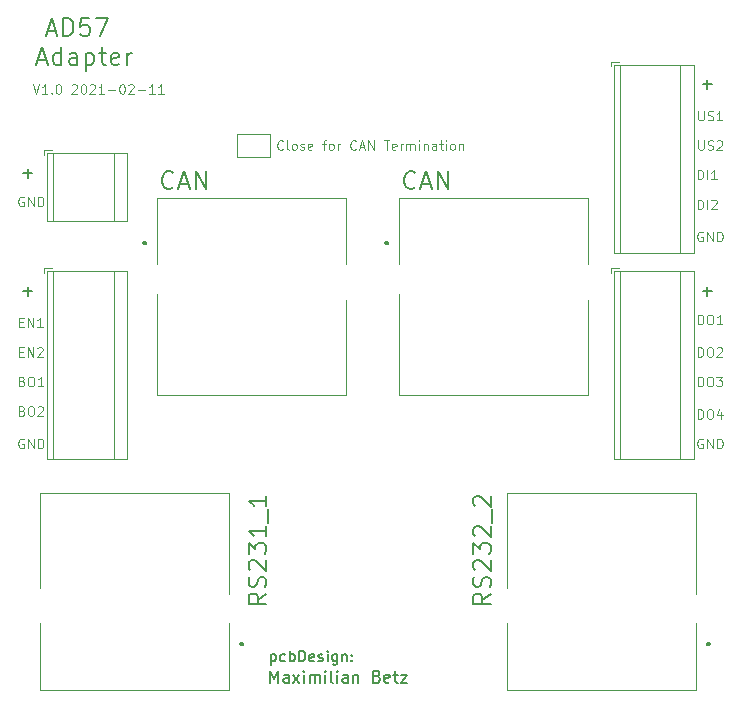
<source format=gbr>
%TF.GenerationSoftware,KiCad,Pcbnew,(5.1.7)-1*%
%TF.CreationDate,2021-02-10T20:21:02+01:00*%
%TF.ProjectId,ad57_adapter,61643537-5f61-4646-9170-7465722e6b69,rev?*%
%TF.SameCoordinates,Original*%
%TF.FileFunction,Legend,Top*%
%TF.FilePolarity,Positive*%
%FSLAX46Y46*%
G04 Gerber Fmt 4.6, Leading zero omitted, Abs format (unit mm)*
G04 Created by KiCad (PCBNEW (5.1.7)-1) date 2021-02-10 20:21:02*
%MOMM*%
%LPD*%
G01*
G04 APERTURE LIST*
%ADD10C,0.200000*%
%ADD11C,0.100000*%
%ADD12C,0.150000*%
%ADD13C,0.120000*%
%ADD14C,0.300000*%
G04 APERTURE END LIST*
D10*
X137785714Y-79285714D02*
X137714285Y-79357142D01*
X137500000Y-79428571D01*
X137357142Y-79428571D01*
X137142857Y-79357142D01*
X137000000Y-79214285D01*
X136928571Y-79071428D01*
X136857142Y-78785714D01*
X136857142Y-78571428D01*
X136928571Y-78285714D01*
X137000000Y-78142857D01*
X137142857Y-78000000D01*
X137357142Y-77928571D01*
X137500000Y-77928571D01*
X137714285Y-78000000D01*
X137785714Y-78071428D01*
X138357142Y-79000000D02*
X139071428Y-79000000D01*
X138214285Y-79428571D02*
X138714285Y-77928571D01*
X139214285Y-79428571D01*
X139714285Y-79428571D02*
X139714285Y-77928571D01*
X140571428Y-79428571D01*
X140571428Y-77928571D01*
X158285714Y-79285714D02*
X158214285Y-79357142D01*
X158000000Y-79428571D01*
X157857142Y-79428571D01*
X157642857Y-79357142D01*
X157500000Y-79214285D01*
X157428571Y-79071428D01*
X157357142Y-78785714D01*
X157357142Y-78571428D01*
X157428571Y-78285714D01*
X157500000Y-78142857D01*
X157642857Y-78000000D01*
X157857142Y-77928571D01*
X158000000Y-77928571D01*
X158214285Y-78000000D01*
X158285714Y-78071428D01*
X158857142Y-79000000D02*
X159571428Y-79000000D01*
X158714285Y-79428571D02*
X159214285Y-77928571D01*
X159714285Y-79428571D01*
X160214285Y-79428571D02*
X160214285Y-77928571D01*
X161071428Y-79428571D01*
X161071428Y-77928571D01*
X164678571Y-113678571D02*
X163964285Y-114178571D01*
X164678571Y-114535714D02*
X163178571Y-114535714D01*
X163178571Y-113964285D01*
X163250000Y-113821428D01*
X163321428Y-113750000D01*
X163464285Y-113678571D01*
X163678571Y-113678571D01*
X163821428Y-113750000D01*
X163892857Y-113821428D01*
X163964285Y-113964285D01*
X163964285Y-114535714D01*
X164607142Y-113107142D02*
X164678571Y-112892857D01*
X164678571Y-112535714D01*
X164607142Y-112392857D01*
X164535714Y-112321428D01*
X164392857Y-112250000D01*
X164250000Y-112250000D01*
X164107142Y-112321428D01*
X164035714Y-112392857D01*
X163964285Y-112535714D01*
X163892857Y-112821428D01*
X163821428Y-112964285D01*
X163750000Y-113035714D01*
X163607142Y-113107142D01*
X163464285Y-113107142D01*
X163321428Y-113035714D01*
X163250000Y-112964285D01*
X163178571Y-112821428D01*
X163178571Y-112464285D01*
X163250000Y-112250000D01*
X163321428Y-111678571D02*
X163250000Y-111607142D01*
X163178571Y-111464285D01*
X163178571Y-111107142D01*
X163250000Y-110964285D01*
X163321428Y-110892857D01*
X163464285Y-110821428D01*
X163607142Y-110821428D01*
X163821428Y-110892857D01*
X164678571Y-111750000D01*
X164678571Y-110821428D01*
X163178571Y-110321428D02*
X163178571Y-109392857D01*
X163750000Y-109892857D01*
X163750000Y-109678571D01*
X163821428Y-109535714D01*
X163892857Y-109464285D01*
X164035714Y-109392857D01*
X164392857Y-109392857D01*
X164535714Y-109464285D01*
X164607142Y-109535714D01*
X164678571Y-109678571D01*
X164678571Y-110107142D01*
X164607142Y-110250000D01*
X164535714Y-110321428D01*
X163321428Y-108821428D02*
X163250000Y-108750000D01*
X163178571Y-108607142D01*
X163178571Y-108250000D01*
X163250000Y-108107142D01*
X163321428Y-108035714D01*
X163464285Y-107964285D01*
X163607142Y-107964285D01*
X163821428Y-108035714D01*
X164678571Y-108892857D01*
X164678571Y-107964285D01*
X164821428Y-107678571D02*
X164821428Y-106535714D01*
X163321428Y-106250000D02*
X163250000Y-106178571D01*
X163178571Y-106035714D01*
X163178571Y-105678571D01*
X163250000Y-105535714D01*
X163321428Y-105464285D01*
X163464285Y-105392857D01*
X163607142Y-105392857D01*
X163821428Y-105464285D01*
X164678571Y-106321428D01*
X164678571Y-105392857D01*
X145678571Y-113678571D02*
X144964285Y-114178571D01*
X145678571Y-114535714D02*
X144178571Y-114535714D01*
X144178571Y-113964285D01*
X144250000Y-113821428D01*
X144321428Y-113750000D01*
X144464285Y-113678571D01*
X144678571Y-113678571D01*
X144821428Y-113750000D01*
X144892857Y-113821428D01*
X144964285Y-113964285D01*
X144964285Y-114535714D01*
X145607142Y-113107142D02*
X145678571Y-112892857D01*
X145678571Y-112535714D01*
X145607142Y-112392857D01*
X145535714Y-112321428D01*
X145392857Y-112250000D01*
X145250000Y-112250000D01*
X145107142Y-112321428D01*
X145035714Y-112392857D01*
X144964285Y-112535714D01*
X144892857Y-112821428D01*
X144821428Y-112964285D01*
X144750000Y-113035714D01*
X144607142Y-113107142D01*
X144464285Y-113107142D01*
X144321428Y-113035714D01*
X144250000Y-112964285D01*
X144178571Y-112821428D01*
X144178571Y-112464285D01*
X144250000Y-112250000D01*
X144321428Y-111678571D02*
X144250000Y-111607142D01*
X144178571Y-111464285D01*
X144178571Y-111107142D01*
X144250000Y-110964285D01*
X144321428Y-110892857D01*
X144464285Y-110821428D01*
X144607142Y-110821428D01*
X144821428Y-110892857D01*
X145678571Y-111750000D01*
X145678571Y-110821428D01*
X144178571Y-110321428D02*
X144178571Y-109392857D01*
X144750000Y-109892857D01*
X144750000Y-109678571D01*
X144821428Y-109535714D01*
X144892857Y-109464285D01*
X145035714Y-109392857D01*
X145392857Y-109392857D01*
X145535714Y-109464285D01*
X145607142Y-109535714D01*
X145678571Y-109678571D01*
X145678571Y-110107142D01*
X145607142Y-110250000D01*
X145535714Y-110321428D01*
X145678571Y-107964285D02*
X145678571Y-108821428D01*
X145678571Y-108392857D02*
X144178571Y-108392857D01*
X144392857Y-108535714D01*
X144535714Y-108678571D01*
X144607142Y-108821428D01*
X145821428Y-107678571D02*
X145821428Y-106535714D01*
X145678571Y-105392857D02*
X145678571Y-106250000D01*
X145678571Y-105821428D02*
X144178571Y-105821428D01*
X144392857Y-105964285D01*
X144535714Y-106107142D01*
X144607142Y-106250000D01*
D11*
X147109523Y-76035714D02*
X147071428Y-76073809D01*
X146957142Y-76111904D01*
X146880952Y-76111904D01*
X146766666Y-76073809D01*
X146690476Y-75997619D01*
X146652380Y-75921428D01*
X146614285Y-75769047D01*
X146614285Y-75654761D01*
X146652380Y-75502380D01*
X146690476Y-75426190D01*
X146766666Y-75350000D01*
X146880952Y-75311904D01*
X146957142Y-75311904D01*
X147071428Y-75350000D01*
X147109523Y-75388095D01*
X147566666Y-76111904D02*
X147490476Y-76073809D01*
X147452380Y-75997619D01*
X147452380Y-75311904D01*
X147985714Y-76111904D02*
X147909523Y-76073809D01*
X147871428Y-76035714D01*
X147833333Y-75959523D01*
X147833333Y-75730952D01*
X147871428Y-75654761D01*
X147909523Y-75616666D01*
X147985714Y-75578571D01*
X148100000Y-75578571D01*
X148176190Y-75616666D01*
X148214285Y-75654761D01*
X148252380Y-75730952D01*
X148252380Y-75959523D01*
X148214285Y-76035714D01*
X148176190Y-76073809D01*
X148100000Y-76111904D01*
X147985714Y-76111904D01*
X148557142Y-76073809D02*
X148633333Y-76111904D01*
X148785714Y-76111904D01*
X148861904Y-76073809D01*
X148900000Y-75997619D01*
X148900000Y-75959523D01*
X148861904Y-75883333D01*
X148785714Y-75845238D01*
X148671428Y-75845238D01*
X148595238Y-75807142D01*
X148557142Y-75730952D01*
X148557142Y-75692857D01*
X148595238Y-75616666D01*
X148671428Y-75578571D01*
X148785714Y-75578571D01*
X148861904Y-75616666D01*
X149547619Y-76073809D02*
X149471428Y-76111904D01*
X149319047Y-76111904D01*
X149242857Y-76073809D01*
X149204761Y-75997619D01*
X149204761Y-75692857D01*
X149242857Y-75616666D01*
X149319047Y-75578571D01*
X149471428Y-75578571D01*
X149547619Y-75616666D01*
X149585714Y-75692857D01*
X149585714Y-75769047D01*
X149204761Y-75845238D01*
X150423809Y-75578571D02*
X150728571Y-75578571D01*
X150538095Y-76111904D02*
X150538095Y-75426190D01*
X150576190Y-75350000D01*
X150652380Y-75311904D01*
X150728571Y-75311904D01*
X151109523Y-76111904D02*
X151033333Y-76073809D01*
X150995238Y-76035714D01*
X150957142Y-75959523D01*
X150957142Y-75730952D01*
X150995238Y-75654761D01*
X151033333Y-75616666D01*
X151109523Y-75578571D01*
X151223809Y-75578571D01*
X151300000Y-75616666D01*
X151338095Y-75654761D01*
X151376190Y-75730952D01*
X151376190Y-75959523D01*
X151338095Y-76035714D01*
X151300000Y-76073809D01*
X151223809Y-76111904D01*
X151109523Y-76111904D01*
X151719047Y-76111904D02*
X151719047Y-75578571D01*
X151719047Y-75730952D02*
X151757142Y-75654761D01*
X151795238Y-75616666D01*
X151871428Y-75578571D01*
X151947619Y-75578571D01*
X153280952Y-76035714D02*
X153242857Y-76073809D01*
X153128571Y-76111904D01*
X153052380Y-76111904D01*
X152938095Y-76073809D01*
X152861904Y-75997619D01*
X152823809Y-75921428D01*
X152785714Y-75769047D01*
X152785714Y-75654761D01*
X152823809Y-75502380D01*
X152861904Y-75426190D01*
X152938095Y-75350000D01*
X153052380Y-75311904D01*
X153128571Y-75311904D01*
X153242857Y-75350000D01*
X153280952Y-75388095D01*
X153585714Y-75883333D02*
X153966666Y-75883333D01*
X153509523Y-76111904D02*
X153776190Y-75311904D01*
X154042857Y-76111904D01*
X154309523Y-76111904D02*
X154309523Y-75311904D01*
X154766666Y-76111904D01*
X154766666Y-75311904D01*
X155642857Y-75311904D02*
X156100000Y-75311904D01*
X155871428Y-76111904D02*
X155871428Y-75311904D01*
X156671428Y-76073809D02*
X156595238Y-76111904D01*
X156442857Y-76111904D01*
X156366666Y-76073809D01*
X156328571Y-75997619D01*
X156328571Y-75692857D01*
X156366666Y-75616666D01*
X156442857Y-75578571D01*
X156595238Y-75578571D01*
X156671428Y-75616666D01*
X156709523Y-75692857D01*
X156709523Y-75769047D01*
X156328571Y-75845238D01*
X157052380Y-76111904D02*
X157052380Y-75578571D01*
X157052380Y-75730952D02*
X157090476Y-75654761D01*
X157128571Y-75616666D01*
X157204761Y-75578571D01*
X157280952Y-75578571D01*
X157547619Y-76111904D02*
X157547619Y-75578571D01*
X157547619Y-75654761D02*
X157585714Y-75616666D01*
X157661904Y-75578571D01*
X157776190Y-75578571D01*
X157852380Y-75616666D01*
X157890476Y-75692857D01*
X157890476Y-76111904D01*
X157890476Y-75692857D02*
X157928571Y-75616666D01*
X158004761Y-75578571D01*
X158119047Y-75578571D01*
X158195238Y-75616666D01*
X158233333Y-75692857D01*
X158233333Y-76111904D01*
X158614285Y-76111904D02*
X158614285Y-75578571D01*
X158614285Y-75311904D02*
X158576190Y-75350000D01*
X158614285Y-75388095D01*
X158652380Y-75350000D01*
X158614285Y-75311904D01*
X158614285Y-75388095D01*
X158995238Y-75578571D02*
X158995238Y-76111904D01*
X158995238Y-75654761D02*
X159033333Y-75616666D01*
X159109523Y-75578571D01*
X159223809Y-75578571D01*
X159300000Y-75616666D01*
X159338095Y-75692857D01*
X159338095Y-76111904D01*
X160061904Y-76111904D02*
X160061904Y-75692857D01*
X160023809Y-75616666D01*
X159947619Y-75578571D01*
X159795238Y-75578571D01*
X159719047Y-75616666D01*
X160061904Y-76073809D02*
X159985714Y-76111904D01*
X159795238Y-76111904D01*
X159719047Y-76073809D01*
X159680952Y-75997619D01*
X159680952Y-75921428D01*
X159719047Y-75845238D01*
X159795238Y-75807142D01*
X159985714Y-75807142D01*
X160061904Y-75769047D01*
X160328571Y-75578571D02*
X160633333Y-75578571D01*
X160442857Y-75311904D02*
X160442857Y-75997619D01*
X160480952Y-76073809D01*
X160557142Y-76111904D01*
X160633333Y-76111904D01*
X160900000Y-76111904D02*
X160900000Y-75578571D01*
X160900000Y-75311904D02*
X160861904Y-75350000D01*
X160900000Y-75388095D01*
X160938095Y-75350000D01*
X160900000Y-75311904D01*
X160900000Y-75388095D01*
X161395238Y-76111904D02*
X161319047Y-76073809D01*
X161280952Y-76035714D01*
X161242857Y-75959523D01*
X161242857Y-75730952D01*
X161280952Y-75654761D01*
X161319047Y-75616666D01*
X161395238Y-75578571D01*
X161509523Y-75578571D01*
X161585714Y-75616666D01*
X161623809Y-75654761D01*
X161661904Y-75730952D01*
X161661904Y-75959523D01*
X161623809Y-76035714D01*
X161585714Y-76073809D01*
X161509523Y-76111904D01*
X161395238Y-76111904D01*
X162004761Y-75578571D02*
X162004761Y-76111904D01*
X162004761Y-75654761D02*
X162042857Y-75616666D01*
X162119047Y-75578571D01*
X162233333Y-75578571D01*
X162309523Y-75616666D01*
X162347619Y-75692857D01*
X162347619Y-76111904D01*
X125938095Y-70561904D02*
X126204761Y-71361904D01*
X126471428Y-70561904D01*
X127157142Y-71361904D02*
X126700000Y-71361904D01*
X126928571Y-71361904D02*
X126928571Y-70561904D01*
X126852380Y-70676190D01*
X126776190Y-70752380D01*
X126700000Y-70790476D01*
X127500000Y-71285714D02*
X127538095Y-71323809D01*
X127500000Y-71361904D01*
X127461904Y-71323809D01*
X127500000Y-71285714D01*
X127500000Y-71361904D01*
X128033333Y-70561904D02*
X128109523Y-70561904D01*
X128185714Y-70600000D01*
X128223809Y-70638095D01*
X128261904Y-70714285D01*
X128300000Y-70866666D01*
X128300000Y-71057142D01*
X128261904Y-71209523D01*
X128223809Y-71285714D01*
X128185714Y-71323809D01*
X128109523Y-71361904D01*
X128033333Y-71361904D01*
X127957142Y-71323809D01*
X127919047Y-71285714D01*
X127880952Y-71209523D01*
X127842857Y-71057142D01*
X127842857Y-70866666D01*
X127880952Y-70714285D01*
X127919047Y-70638095D01*
X127957142Y-70600000D01*
X128033333Y-70561904D01*
X129214285Y-70638095D02*
X129252380Y-70600000D01*
X129328571Y-70561904D01*
X129519047Y-70561904D01*
X129595238Y-70600000D01*
X129633333Y-70638095D01*
X129671428Y-70714285D01*
X129671428Y-70790476D01*
X129633333Y-70904761D01*
X129176190Y-71361904D01*
X129671428Y-71361904D01*
X130166666Y-70561904D02*
X130242857Y-70561904D01*
X130319047Y-70600000D01*
X130357142Y-70638095D01*
X130395238Y-70714285D01*
X130433333Y-70866666D01*
X130433333Y-71057142D01*
X130395238Y-71209523D01*
X130357142Y-71285714D01*
X130319047Y-71323809D01*
X130242857Y-71361904D01*
X130166666Y-71361904D01*
X130090476Y-71323809D01*
X130052380Y-71285714D01*
X130014285Y-71209523D01*
X129976190Y-71057142D01*
X129976190Y-70866666D01*
X130014285Y-70714285D01*
X130052380Y-70638095D01*
X130090476Y-70600000D01*
X130166666Y-70561904D01*
X130738095Y-70638095D02*
X130776190Y-70600000D01*
X130852380Y-70561904D01*
X131042857Y-70561904D01*
X131119047Y-70600000D01*
X131157142Y-70638095D01*
X131195238Y-70714285D01*
X131195238Y-70790476D01*
X131157142Y-70904761D01*
X130700000Y-71361904D01*
X131195238Y-71361904D01*
X131957142Y-71361904D02*
X131500000Y-71361904D01*
X131728571Y-71361904D02*
X131728571Y-70561904D01*
X131652380Y-70676190D01*
X131576190Y-70752380D01*
X131500000Y-70790476D01*
X132300000Y-71057142D02*
X132909523Y-71057142D01*
X133442857Y-70561904D02*
X133519047Y-70561904D01*
X133595238Y-70600000D01*
X133633333Y-70638095D01*
X133671428Y-70714285D01*
X133709523Y-70866666D01*
X133709523Y-71057142D01*
X133671428Y-71209523D01*
X133633333Y-71285714D01*
X133595238Y-71323809D01*
X133519047Y-71361904D01*
X133442857Y-71361904D01*
X133366666Y-71323809D01*
X133328571Y-71285714D01*
X133290476Y-71209523D01*
X133252380Y-71057142D01*
X133252380Y-70866666D01*
X133290476Y-70714285D01*
X133328571Y-70638095D01*
X133366666Y-70600000D01*
X133442857Y-70561904D01*
X134014285Y-70638095D02*
X134052380Y-70600000D01*
X134128571Y-70561904D01*
X134319047Y-70561904D01*
X134395238Y-70600000D01*
X134433333Y-70638095D01*
X134471428Y-70714285D01*
X134471428Y-70790476D01*
X134433333Y-70904761D01*
X133976190Y-71361904D01*
X134471428Y-71361904D01*
X134814285Y-71057142D02*
X135423809Y-71057142D01*
X136223809Y-71361904D02*
X135766666Y-71361904D01*
X135995238Y-71361904D02*
X135995238Y-70561904D01*
X135919047Y-70676190D01*
X135842857Y-70752380D01*
X135766666Y-70790476D01*
X136985714Y-71361904D02*
X136528571Y-71361904D01*
X136757142Y-71361904D02*
X136757142Y-70561904D01*
X136680952Y-70676190D01*
X136604761Y-70752380D01*
X136528571Y-70790476D01*
D10*
X127142857Y-66025000D02*
X127857142Y-66025000D01*
X127000000Y-66453571D02*
X127500000Y-64953571D01*
X128000000Y-66453571D01*
X128500000Y-66453571D02*
X128500000Y-64953571D01*
X128857142Y-64953571D01*
X129071428Y-65025000D01*
X129214285Y-65167857D01*
X129285714Y-65310714D01*
X129357142Y-65596428D01*
X129357142Y-65810714D01*
X129285714Y-66096428D01*
X129214285Y-66239285D01*
X129071428Y-66382142D01*
X128857142Y-66453571D01*
X128500000Y-66453571D01*
X130714285Y-64953571D02*
X130000000Y-64953571D01*
X129928571Y-65667857D01*
X130000000Y-65596428D01*
X130142857Y-65525000D01*
X130500000Y-65525000D01*
X130642857Y-65596428D01*
X130714285Y-65667857D01*
X130785714Y-65810714D01*
X130785714Y-66167857D01*
X130714285Y-66310714D01*
X130642857Y-66382142D01*
X130500000Y-66453571D01*
X130142857Y-66453571D01*
X130000000Y-66382142D01*
X129928571Y-66310714D01*
X131285714Y-64953571D02*
X132285714Y-64953571D01*
X131642857Y-66453571D01*
X126321428Y-68475000D02*
X127035714Y-68475000D01*
X126178571Y-68903571D02*
X126678571Y-67403571D01*
X127178571Y-68903571D01*
X128321428Y-68903571D02*
X128321428Y-67403571D01*
X128321428Y-68832142D02*
X128178571Y-68903571D01*
X127892857Y-68903571D01*
X127750000Y-68832142D01*
X127678571Y-68760714D01*
X127607142Y-68617857D01*
X127607142Y-68189285D01*
X127678571Y-68046428D01*
X127750000Y-67975000D01*
X127892857Y-67903571D01*
X128178571Y-67903571D01*
X128321428Y-67975000D01*
X129678571Y-68903571D02*
X129678571Y-68117857D01*
X129607142Y-67975000D01*
X129464285Y-67903571D01*
X129178571Y-67903571D01*
X129035714Y-67975000D01*
X129678571Y-68832142D02*
X129535714Y-68903571D01*
X129178571Y-68903571D01*
X129035714Y-68832142D01*
X128964285Y-68689285D01*
X128964285Y-68546428D01*
X129035714Y-68403571D01*
X129178571Y-68332142D01*
X129535714Y-68332142D01*
X129678571Y-68260714D01*
X130392857Y-67903571D02*
X130392857Y-69403571D01*
X130392857Y-67975000D02*
X130535714Y-67903571D01*
X130821428Y-67903571D01*
X130964285Y-67975000D01*
X131035714Y-68046428D01*
X131107142Y-68189285D01*
X131107142Y-68617857D01*
X131035714Y-68760714D01*
X130964285Y-68832142D01*
X130821428Y-68903571D01*
X130535714Y-68903571D01*
X130392857Y-68832142D01*
X131535714Y-67903571D02*
X132107142Y-67903571D01*
X131750000Y-67403571D02*
X131750000Y-68689285D01*
X131821428Y-68832142D01*
X131964285Y-68903571D01*
X132107142Y-68903571D01*
X133178571Y-68832142D02*
X133035714Y-68903571D01*
X132750000Y-68903571D01*
X132607142Y-68832142D01*
X132535714Y-68689285D01*
X132535714Y-68117857D01*
X132607142Y-67975000D01*
X132750000Y-67903571D01*
X133035714Y-67903571D01*
X133178571Y-67975000D01*
X133250000Y-68117857D01*
X133250000Y-68260714D01*
X132535714Y-68403571D01*
X133892857Y-68903571D02*
X133892857Y-67903571D01*
X133892857Y-68189285D02*
X133964285Y-68046428D01*
X134035714Y-67975000D01*
X134178571Y-67903571D01*
X134321428Y-67903571D01*
X146011904Y-121202380D02*
X146011904Y-120202380D01*
X146345238Y-120916666D01*
X146678571Y-120202380D01*
X146678571Y-121202380D01*
X147583333Y-121202380D02*
X147583333Y-120678571D01*
X147535714Y-120583333D01*
X147440476Y-120535714D01*
X147250000Y-120535714D01*
X147154761Y-120583333D01*
X147583333Y-121154761D02*
X147488095Y-121202380D01*
X147250000Y-121202380D01*
X147154761Y-121154761D01*
X147107142Y-121059523D01*
X147107142Y-120964285D01*
X147154761Y-120869047D01*
X147250000Y-120821428D01*
X147488095Y-120821428D01*
X147583333Y-120773809D01*
X147964285Y-121202380D02*
X148488095Y-120535714D01*
X147964285Y-120535714D02*
X148488095Y-121202380D01*
X148869047Y-121202380D02*
X148869047Y-120535714D01*
X148869047Y-120202380D02*
X148821428Y-120250000D01*
X148869047Y-120297619D01*
X148916666Y-120250000D01*
X148869047Y-120202380D01*
X148869047Y-120297619D01*
X149345238Y-121202380D02*
X149345238Y-120535714D01*
X149345238Y-120630952D02*
X149392857Y-120583333D01*
X149488095Y-120535714D01*
X149630952Y-120535714D01*
X149726190Y-120583333D01*
X149773809Y-120678571D01*
X149773809Y-121202380D01*
X149773809Y-120678571D02*
X149821428Y-120583333D01*
X149916666Y-120535714D01*
X150059523Y-120535714D01*
X150154761Y-120583333D01*
X150202380Y-120678571D01*
X150202380Y-121202380D01*
X150678571Y-121202380D02*
X150678571Y-120535714D01*
X150678571Y-120202380D02*
X150630952Y-120250000D01*
X150678571Y-120297619D01*
X150726190Y-120250000D01*
X150678571Y-120202380D01*
X150678571Y-120297619D01*
X151297619Y-121202380D02*
X151202380Y-121154761D01*
X151154761Y-121059523D01*
X151154761Y-120202380D01*
X151678571Y-121202380D02*
X151678571Y-120535714D01*
X151678571Y-120202380D02*
X151630952Y-120250000D01*
X151678571Y-120297619D01*
X151726190Y-120250000D01*
X151678571Y-120202380D01*
X151678571Y-120297619D01*
X152583333Y-121202380D02*
X152583333Y-120678571D01*
X152535714Y-120583333D01*
X152440476Y-120535714D01*
X152250000Y-120535714D01*
X152154761Y-120583333D01*
X152583333Y-121154761D02*
X152488095Y-121202380D01*
X152250000Y-121202380D01*
X152154761Y-121154761D01*
X152107142Y-121059523D01*
X152107142Y-120964285D01*
X152154761Y-120869047D01*
X152250000Y-120821428D01*
X152488095Y-120821428D01*
X152583333Y-120773809D01*
X153059523Y-120535714D02*
X153059523Y-121202380D01*
X153059523Y-120630952D02*
X153107142Y-120583333D01*
X153202380Y-120535714D01*
X153345238Y-120535714D01*
X153440476Y-120583333D01*
X153488095Y-120678571D01*
X153488095Y-121202380D01*
X155059523Y-120678571D02*
X155202380Y-120726190D01*
X155250000Y-120773809D01*
X155297619Y-120869047D01*
X155297619Y-121011904D01*
X155250000Y-121107142D01*
X155202380Y-121154761D01*
X155107142Y-121202380D01*
X154726190Y-121202380D01*
X154726190Y-120202380D01*
X155059523Y-120202380D01*
X155154761Y-120250000D01*
X155202380Y-120297619D01*
X155250000Y-120392857D01*
X155250000Y-120488095D01*
X155202380Y-120583333D01*
X155154761Y-120630952D01*
X155059523Y-120678571D01*
X154726190Y-120678571D01*
X156107142Y-121154761D02*
X156011904Y-121202380D01*
X155821428Y-121202380D01*
X155726190Y-121154761D01*
X155678571Y-121059523D01*
X155678571Y-120678571D01*
X155726190Y-120583333D01*
X155821428Y-120535714D01*
X156011904Y-120535714D01*
X156107142Y-120583333D01*
X156154761Y-120678571D01*
X156154761Y-120773809D01*
X155678571Y-120869047D01*
X156440476Y-120535714D02*
X156821428Y-120535714D01*
X156583333Y-120202380D02*
X156583333Y-121059523D01*
X156630952Y-121154761D01*
X156726190Y-121202380D01*
X156821428Y-121202380D01*
X157059523Y-120535714D02*
X157583333Y-120535714D01*
X157059523Y-121202380D01*
X157583333Y-121202380D01*
D12*
X146071428Y-118807142D02*
X146071428Y-119707142D01*
X146071428Y-118850000D02*
X146157142Y-118807142D01*
X146328571Y-118807142D01*
X146414285Y-118850000D01*
X146457142Y-118892857D01*
X146500000Y-118978571D01*
X146500000Y-119235714D01*
X146457142Y-119321428D01*
X146414285Y-119364285D01*
X146328571Y-119407142D01*
X146157142Y-119407142D01*
X146071428Y-119364285D01*
X147271428Y-119364285D02*
X147185714Y-119407142D01*
X147014285Y-119407142D01*
X146928571Y-119364285D01*
X146885714Y-119321428D01*
X146842857Y-119235714D01*
X146842857Y-118978571D01*
X146885714Y-118892857D01*
X146928571Y-118850000D01*
X147014285Y-118807142D01*
X147185714Y-118807142D01*
X147271428Y-118850000D01*
X147657142Y-119407142D02*
X147657142Y-118507142D01*
X147657142Y-118850000D02*
X147742857Y-118807142D01*
X147914285Y-118807142D01*
X148000000Y-118850000D01*
X148042857Y-118892857D01*
X148085714Y-118978571D01*
X148085714Y-119235714D01*
X148042857Y-119321428D01*
X148000000Y-119364285D01*
X147914285Y-119407142D01*
X147742857Y-119407142D01*
X147657142Y-119364285D01*
X148471428Y-119407142D02*
X148471428Y-118507142D01*
X148685714Y-118507142D01*
X148814285Y-118550000D01*
X148900000Y-118635714D01*
X148942857Y-118721428D01*
X148985714Y-118892857D01*
X148985714Y-119021428D01*
X148942857Y-119192857D01*
X148900000Y-119278571D01*
X148814285Y-119364285D01*
X148685714Y-119407142D01*
X148471428Y-119407142D01*
X149714285Y-119364285D02*
X149628571Y-119407142D01*
X149457142Y-119407142D01*
X149371428Y-119364285D01*
X149328571Y-119278571D01*
X149328571Y-118935714D01*
X149371428Y-118850000D01*
X149457142Y-118807142D01*
X149628571Y-118807142D01*
X149714285Y-118850000D01*
X149757142Y-118935714D01*
X149757142Y-119021428D01*
X149328571Y-119107142D01*
X150100000Y-119364285D02*
X150185714Y-119407142D01*
X150357142Y-119407142D01*
X150442857Y-119364285D01*
X150485714Y-119278571D01*
X150485714Y-119235714D01*
X150442857Y-119150000D01*
X150357142Y-119107142D01*
X150228571Y-119107142D01*
X150142857Y-119064285D01*
X150100000Y-118978571D01*
X150100000Y-118935714D01*
X150142857Y-118850000D01*
X150228571Y-118807142D01*
X150357142Y-118807142D01*
X150442857Y-118850000D01*
X150871428Y-119407142D02*
X150871428Y-118807142D01*
X150871428Y-118507142D02*
X150828571Y-118550000D01*
X150871428Y-118592857D01*
X150914285Y-118550000D01*
X150871428Y-118507142D01*
X150871428Y-118592857D01*
X151685714Y-118807142D02*
X151685714Y-119535714D01*
X151642857Y-119621428D01*
X151600000Y-119664285D01*
X151514285Y-119707142D01*
X151385714Y-119707142D01*
X151300000Y-119664285D01*
X151685714Y-119364285D02*
X151600000Y-119407142D01*
X151428571Y-119407142D01*
X151342857Y-119364285D01*
X151300000Y-119321428D01*
X151257142Y-119235714D01*
X151257142Y-118978571D01*
X151300000Y-118892857D01*
X151342857Y-118850000D01*
X151428571Y-118807142D01*
X151600000Y-118807142D01*
X151685714Y-118850000D01*
X152114285Y-118807142D02*
X152114285Y-119407142D01*
X152114285Y-118892857D02*
X152157142Y-118850000D01*
X152242857Y-118807142D01*
X152371428Y-118807142D01*
X152457142Y-118850000D01*
X152500000Y-118935714D01*
X152500000Y-119407142D01*
X152928571Y-119321428D02*
X152971428Y-119364285D01*
X152928571Y-119407142D01*
X152885714Y-119364285D01*
X152928571Y-119321428D01*
X152928571Y-119407142D01*
X152928571Y-118850000D02*
X152971428Y-118892857D01*
X152928571Y-118935714D01*
X152885714Y-118892857D01*
X152928571Y-118850000D01*
X152928571Y-118935714D01*
D11*
X182259523Y-72811904D02*
X182259523Y-73459523D01*
X182297619Y-73535714D01*
X182335714Y-73573809D01*
X182411904Y-73611904D01*
X182564285Y-73611904D01*
X182640476Y-73573809D01*
X182678571Y-73535714D01*
X182716666Y-73459523D01*
X182716666Y-72811904D01*
X183059523Y-73573809D02*
X183173809Y-73611904D01*
X183364285Y-73611904D01*
X183440476Y-73573809D01*
X183478571Y-73535714D01*
X183516666Y-73459523D01*
X183516666Y-73383333D01*
X183478571Y-73307142D01*
X183440476Y-73269047D01*
X183364285Y-73230952D01*
X183211904Y-73192857D01*
X183135714Y-73154761D01*
X183097619Y-73116666D01*
X183059523Y-73040476D01*
X183059523Y-72964285D01*
X183097619Y-72888095D01*
X183135714Y-72850000D01*
X183211904Y-72811904D01*
X183402380Y-72811904D01*
X183516666Y-72850000D01*
X184278571Y-73611904D02*
X183821428Y-73611904D01*
X184050000Y-73611904D02*
X184050000Y-72811904D01*
X183973809Y-72926190D01*
X183897619Y-73002380D01*
X183821428Y-73040476D01*
X182259523Y-75311904D02*
X182259523Y-75959523D01*
X182297619Y-76035714D01*
X182335714Y-76073809D01*
X182411904Y-76111904D01*
X182564285Y-76111904D01*
X182640476Y-76073809D01*
X182678571Y-76035714D01*
X182716666Y-75959523D01*
X182716666Y-75311904D01*
X183059523Y-76073809D02*
X183173809Y-76111904D01*
X183364285Y-76111904D01*
X183440476Y-76073809D01*
X183478571Y-76035714D01*
X183516666Y-75959523D01*
X183516666Y-75883333D01*
X183478571Y-75807142D01*
X183440476Y-75769047D01*
X183364285Y-75730952D01*
X183211904Y-75692857D01*
X183135714Y-75654761D01*
X183097619Y-75616666D01*
X183059523Y-75540476D01*
X183059523Y-75464285D01*
X183097619Y-75388095D01*
X183135714Y-75350000D01*
X183211904Y-75311904D01*
X183402380Y-75311904D01*
X183516666Y-75350000D01*
X183821428Y-75388095D02*
X183859523Y-75350000D01*
X183935714Y-75311904D01*
X184126190Y-75311904D01*
X184202380Y-75350000D01*
X184240476Y-75388095D01*
X184278571Y-75464285D01*
X184278571Y-75540476D01*
X184240476Y-75654761D01*
X183783333Y-76111904D01*
X184278571Y-76111904D01*
X182219047Y-81111904D02*
X182219047Y-80311904D01*
X182409523Y-80311904D01*
X182523809Y-80350000D01*
X182600000Y-80426190D01*
X182638095Y-80502380D01*
X182676190Y-80654761D01*
X182676190Y-80769047D01*
X182638095Y-80921428D01*
X182600000Y-80997619D01*
X182523809Y-81073809D01*
X182409523Y-81111904D01*
X182219047Y-81111904D01*
X183019047Y-81111904D02*
X183019047Y-80311904D01*
X183361904Y-80388095D02*
X183400000Y-80350000D01*
X183476190Y-80311904D01*
X183666666Y-80311904D01*
X183742857Y-80350000D01*
X183780952Y-80388095D01*
X183819047Y-80464285D01*
X183819047Y-80540476D01*
X183780952Y-80654761D01*
X183323809Y-81111904D01*
X183819047Y-81111904D01*
X182219047Y-78611904D02*
X182219047Y-77811904D01*
X182409523Y-77811904D01*
X182523809Y-77850000D01*
X182600000Y-77926190D01*
X182638095Y-78002380D01*
X182676190Y-78154761D01*
X182676190Y-78269047D01*
X182638095Y-78421428D01*
X182600000Y-78497619D01*
X182523809Y-78573809D01*
X182409523Y-78611904D01*
X182219047Y-78611904D01*
X183019047Y-78611904D02*
X183019047Y-77811904D01*
X183819047Y-78611904D02*
X183361904Y-78611904D01*
X183590476Y-78611904D02*
X183590476Y-77811904D01*
X183514285Y-77926190D01*
X183438095Y-78002380D01*
X183361904Y-78040476D01*
X182240476Y-90861904D02*
X182240476Y-90061904D01*
X182430952Y-90061904D01*
X182545238Y-90100000D01*
X182621428Y-90176190D01*
X182659523Y-90252380D01*
X182697619Y-90404761D01*
X182697619Y-90519047D01*
X182659523Y-90671428D01*
X182621428Y-90747619D01*
X182545238Y-90823809D01*
X182430952Y-90861904D01*
X182240476Y-90861904D01*
X183192857Y-90061904D02*
X183345238Y-90061904D01*
X183421428Y-90100000D01*
X183497619Y-90176190D01*
X183535714Y-90328571D01*
X183535714Y-90595238D01*
X183497619Y-90747619D01*
X183421428Y-90823809D01*
X183345238Y-90861904D01*
X183192857Y-90861904D01*
X183116666Y-90823809D01*
X183040476Y-90747619D01*
X183002380Y-90595238D01*
X183002380Y-90328571D01*
X183040476Y-90176190D01*
X183116666Y-90100000D01*
X183192857Y-90061904D01*
X184297619Y-90861904D02*
X183840476Y-90861904D01*
X184069047Y-90861904D02*
X184069047Y-90061904D01*
X183992857Y-90176190D01*
X183916666Y-90252380D01*
X183840476Y-90290476D01*
X182240476Y-93611904D02*
X182240476Y-92811904D01*
X182430952Y-92811904D01*
X182545238Y-92850000D01*
X182621428Y-92926190D01*
X182659523Y-93002380D01*
X182697619Y-93154761D01*
X182697619Y-93269047D01*
X182659523Y-93421428D01*
X182621428Y-93497619D01*
X182545238Y-93573809D01*
X182430952Y-93611904D01*
X182240476Y-93611904D01*
X183192857Y-92811904D02*
X183345238Y-92811904D01*
X183421428Y-92850000D01*
X183497619Y-92926190D01*
X183535714Y-93078571D01*
X183535714Y-93345238D01*
X183497619Y-93497619D01*
X183421428Y-93573809D01*
X183345238Y-93611904D01*
X183192857Y-93611904D01*
X183116666Y-93573809D01*
X183040476Y-93497619D01*
X183002380Y-93345238D01*
X183002380Y-93078571D01*
X183040476Y-92926190D01*
X183116666Y-92850000D01*
X183192857Y-92811904D01*
X183840476Y-92888095D02*
X183878571Y-92850000D01*
X183954761Y-92811904D01*
X184145238Y-92811904D01*
X184221428Y-92850000D01*
X184259523Y-92888095D01*
X184297619Y-92964285D01*
X184297619Y-93040476D01*
X184259523Y-93154761D01*
X183802380Y-93611904D01*
X184297619Y-93611904D01*
X182240476Y-96111904D02*
X182240476Y-95311904D01*
X182430952Y-95311904D01*
X182545238Y-95350000D01*
X182621428Y-95426190D01*
X182659523Y-95502380D01*
X182697619Y-95654761D01*
X182697619Y-95769047D01*
X182659523Y-95921428D01*
X182621428Y-95997619D01*
X182545238Y-96073809D01*
X182430952Y-96111904D01*
X182240476Y-96111904D01*
X183192857Y-95311904D02*
X183345238Y-95311904D01*
X183421428Y-95350000D01*
X183497619Y-95426190D01*
X183535714Y-95578571D01*
X183535714Y-95845238D01*
X183497619Y-95997619D01*
X183421428Y-96073809D01*
X183345238Y-96111904D01*
X183192857Y-96111904D01*
X183116666Y-96073809D01*
X183040476Y-95997619D01*
X183002380Y-95845238D01*
X183002380Y-95578571D01*
X183040476Y-95426190D01*
X183116666Y-95350000D01*
X183192857Y-95311904D01*
X183802380Y-95311904D02*
X184297619Y-95311904D01*
X184030952Y-95616666D01*
X184145238Y-95616666D01*
X184221428Y-95654761D01*
X184259523Y-95692857D01*
X184297619Y-95769047D01*
X184297619Y-95959523D01*
X184259523Y-96035714D01*
X184221428Y-96073809D01*
X184145238Y-96111904D01*
X183916666Y-96111904D01*
X183840476Y-96073809D01*
X183802380Y-96035714D01*
X182240476Y-98861904D02*
X182240476Y-98061904D01*
X182430952Y-98061904D01*
X182545238Y-98100000D01*
X182621428Y-98176190D01*
X182659523Y-98252380D01*
X182697619Y-98404761D01*
X182697619Y-98519047D01*
X182659523Y-98671428D01*
X182621428Y-98747619D01*
X182545238Y-98823809D01*
X182430952Y-98861904D01*
X182240476Y-98861904D01*
X183192857Y-98061904D02*
X183345238Y-98061904D01*
X183421428Y-98100000D01*
X183497619Y-98176190D01*
X183535714Y-98328571D01*
X183535714Y-98595238D01*
X183497619Y-98747619D01*
X183421428Y-98823809D01*
X183345238Y-98861904D01*
X183192857Y-98861904D01*
X183116666Y-98823809D01*
X183040476Y-98747619D01*
X183002380Y-98595238D01*
X183002380Y-98328571D01*
X183040476Y-98176190D01*
X183116666Y-98100000D01*
X183192857Y-98061904D01*
X184221428Y-98328571D02*
X184221428Y-98861904D01*
X184030952Y-98023809D02*
X183840476Y-98595238D01*
X184335714Y-98595238D01*
X125007142Y-98192857D02*
X125121428Y-98230952D01*
X125159523Y-98269047D01*
X125197619Y-98345238D01*
X125197619Y-98459523D01*
X125159523Y-98535714D01*
X125121428Y-98573809D01*
X125045238Y-98611904D01*
X124740476Y-98611904D01*
X124740476Y-97811904D01*
X125007142Y-97811904D01*
X125083333Y-97850000D01*
X125121428Y-97888095D01*
X125159523Y-97964285D01*
X125159523Y-98040476D01*
X125121428Y-98116666D01*
X125083333Y-98154761D01*
X125007142Y-98192857D01*
X124740476Y-98192857D01*
X125692857Y-97811904D02*
X125845238Y-97811904D01*
X125921428Y-97850000D01*
X125997619Y-97926190D01*
X126035714Y-98078571D01*
X126035714Y-98345238D01*
X125997619Y-98497619D01*
X125921428Y-98573809D01*
X125845238Y-98611904D01*
X125692857Y-98611904D01*
X125616666Y-98573809D01*
X125540476Y-98497619D01*
X125502380Y-98345238D01*
X125502380Y-98078571D01*
X125540476Y-97926190D01*
X125616666Y-97850000D01*
X125692857Y-97811904D01*
X126340476Y-97888095D02*
X126378571Y-97850000D01*
X126454761Y-97811904D01*
X126645238Y-97811904D01*
X126721428Y-97850000D01*
X126759523Y-97888095D01*
X126797619Y-97964285D01*
X126797619Y-98040476D01*
X126759523Y-98154761D01*
X126302380Y-98611904D01*
X126797619Y-98611904D01*
X125007142Y-95692857D02*
X125121428Y-95730952D01*
X125159523Y-95769047D01*
X125197619Y-95845238D01*
X125197619Y-95959523D01*
X125159523Y-96035714D01*
X125121428Y-96073809D01*
X125045238Y-96111904D01*
X124740476Y-96111904D01*
X124740476Y-95311904D01*
X125007142Y-95311904D01*
X125083333Y-95350000D01*
X125121428Y-95388095D01*
X125159523Y-95464285D01*
X125159523Y-95540476D01*
X125121428Y-95616666D01*
X125083333Y-95654761D01*
X125007142Y-95692857D01*
X124740476Y-95692857D01*
X125692857Y-95311904D02*
X125845238Y-95311904D01*
X125921428Y-95350000D01*
X125997619Y-95426190D01*
X126035714Y-95578571D01*
X126035714Y-95845238D01*
X125997619Y-95997619D01*
X125921428Y-96073809D01*
X125845238Y-96111904D01*
X125692857Y-96111904D01*
X125616666Y-96073809D01*
X125540476Y-95997619D01*
X125502380Y-95845238D01*
X125502380Y-95578571D01*
X125540476Y-95426190D01*
X125616666Y-95350000D01*
X125692857Y-95311904D01*
X126797619Y-96111904D02*
X126340476Y-96111904D01*
X126569047Y-96111904D02*
X126569047Y-95311904D01*
X126492857Y-95426190D01*
X126416666Y-95502380D01*
X126340476Y-95540476D01*
X124778571Y-93192857D02*
X125045238Y-93192857D01*
X125159523Y-93611904D02*
X124778571Y-93611904D01*
X124778571Y-92811904D01*
X125159523Y-92811904D01*
X125502380Y-93611904D02*
X125502380Y-92811904D01*
X125959523Y-93611904D01*
X125959523Y-92811904D01*
X126302380Y-92888095D02*
X126340476Y-92850000D01*
X126416666Y-92811904D01*
X126607142Y-92811904D01*
X126683333Y-92850000D01*
X126721428Y-92888095D01*
X126759523Y-92964285D01*
X126759523Y-93040476D01*
X126721428Y-93154761D01*
X126264285Y-93611904D01*
X126759523Y-93611904D01*
X124778571Y-90692857D02*
X125045238Y-90692857D01*
X125159523Y-91111904D02*
X124778571Y-91111904D01*
X124778571Y-90311904D01*
X125159523Y-90311904D01*
X125502380Y-91111904D02*
X125502380Y-90311904D01*
X125959523Y-91111904D01*
X125959523Y-90311904D01*
X126759523Y-91111904D02*
X126302380Y-91111904D01*
X126530952Y-91111904D02*
X126530952Y-90311904D01*
X126454761Y-90426190D01*
X126378571Y-90502380D01*
X126302380Y-90540476D01*
X125140476Y-80100000D02*
X125064285Y-80061904D01*
X124950000Y-80061904D01*
X124835714Y-80100000D01*
X124759523Y-80176190D01*
X124721428Y-80252380D01*
X124683333Y-80404761D01*
X124683333Y-80519047D01*
X124721428Y-80671428D01*
X124759523Y-80747619D01*
X124835714Y-80823809D01*
X124950000Y-80861904D01*
X125026190Y-80861904D01*
X125140476Y-80823809D01*
X125178571Y-80785714D01*
X125178571Y-80519047D01*
X125026190Y-80519047D01*
X125521428Y-80861904D02*
X125521428Y-80061904D01*
X125978571Y-80861904D01*
X125978571Y-80061904D01*
X126359523Y-80861904D02*
X126359523Y-80061904D01*
X126550000Y-80061904D01*
X126664285Y-80100000D01*
X126740476Y-80176190D01*
X126778571Y-80252380D01*
X126816666Y-80404761D01*
X126816666Y-80519047D01*
X126778571Y-80671428D01*
X126740476Y-80747619D01*
X126664285Y-80823809D01*
X126550000Y-80861904D01*
X126359523Y-80861904D01*
X125140476Y-100600000D02*
X125064285Y-100561904D01*
X124950000Y-100561904D01*
X124835714Y-100600000D01*
X124759523Y-100676190D01*
X124721428Y-100752380D01*
X124683333Y-100904761D01*
X124683333Y-101019047D01*
X124721428Y-101171428D01*
X124759523Y-101247619D01*
X124835714Y-101323809D01*
X124950000Y-101361904D01*
X125026190Y-101361904D01*
X125140476Y-101323809D01*
X125178571Y-101285714D01*
X125178571Y-101019047D01*
X125026190Y-101019047D01*
X125521428Y-101361904D02*
X125521428Y-100561904D01*
X125978571Y-101361904D01*
X125978571Y-100561904D01*
X126359523Y-101361904D02*
X126359523Y-100561904D01*
X126550000Y-100561904D01*
X126664285Y-100600000D01*
X126740476Y-100676190D01*
X126778571Y-100752380D01*
X126816666Y-100904761D01*
X126816666Y-101019047D01*
X126778571Y-101171428D01*
X126740476Y-101247619D01*
X126664285Y-101323809D01*
X126550000Y-101361904D01*
X126359523Y-101361904D01*
D12*
X125119047Y-88071428D02*
X125880952Y-88071428D01*
X125500000Y-88452380D02*
X125500000Y-87690476D01*
X125119047Y-78071428D02*
X125880952Y-78071428D01*
X125500000Y-78452380D02*
X125500000Y-77690476D01*
X182619047Y-88071428D02*
X183380952Y-88071428D01*
X183000000Y-88452380D02*
X183000000Y-87690476D01*
D11*
X182640476Y-100600000D02*
X182564285Y-100561904D01*
X182450000Y-100561904D01*
X182335714Y-100600000D01*
X182259523Y-100676190D01*
X182221428Y-100752380D01*
X182183333Y-100904761D01*
X182183333Y-101019047D01*
X182221428Y-101171428D01*
X182259523Y-101247619D01*
X182335714Y-101323809D01*
X182450000Y-101361904D01*
X182526190Y-101361904D01*
X182640476Y-101323809D01*
X182678571Y-101285714D01*
X182678571Y-101019047D01*
X182526190Y-101019047D01*
X183021428Y-101361904D02*
X183021428Y-100561904D01*
X183478571Y-101361904D01*
X183478571Y-100561904D01*
X183859523Y-101361904D02*
X183859523Y-100561904D01*
X184050000Y-100561904D01*
X184164285Y-100600000D01*
X184240476Y-100676190D01*
X184278571Y-100752380D01*
X184316666Y-100904761D01*
X184316666Y-101019047D01*
X184278571Y-101171428D01*
X184240476Y-101247619D01*
X184164285Y-101323809D01*
X184050000Y-101361904D01*
X183859523Y-101361904D01*
X182640476Y-83100000D02*
X182564285Y-83061904D01*
X182450000Y-83061904D01*
X182335714Y-83100000D01*
X182259523Y-83176190D01*
X182221428Y-83252380D01*
X182183333Y-83404761D01*
X182183333Y-83519047D01*
X182221428Y-83671428D01*
X182259523Y-83747619D01*
X182335714Y-83823809D01*
X182450000Y-83861904D01*
X182526190Y-83861904D01*
X182640476Y-83823809D01*
X182678571Y-83785714D01*
X182678571Y-83519047D01*
X182526190Y-83519047D01*
X183021428Y-83861904D02*
X183021428Y-83061904D01*
X183478571Y-83861904D01*
X183478571Y-83061904D01*
X183859523Y-83861904D02*
X183859523Y-83061904D01*
X184050000Y-83061904D01*
X184164285Y-83100000D01*
X184240476Y-83176190D01*
X184278571Y-83252380D01*
X184316666Y-83404761D01*
X184316666Y-83519047D01*
X184278571Y-83671428D01*
X184240476Y-83747619D01*
X184164285Y-83823809D01*
X184050000Y-83861904D01*
X183859523Y-83861904D01*
D12*
X182619047Y-70571428D02*
X183380952Y-70571428D01*
X183000000Y-70952380D02*
X183000000Y-70190476D01*
D13*
%TO.C,J1*%
X126890000Y-76140000D02*
X126890000Y-76540000D01*
X127530000Y-76140000D02*
X126890000Y-76140000D01*
X133870000Y-82160000D02*
X127130000Y-82160000D01*
X133870000Y-76380000D02*
X127130000Y-76380000D01*
X127130000Y-76380000D02*
X127130000Y-82160000D01*
X133870000Y-76380000D02*
X133870000Y-82160000D01*
X132750000Y-76380000D02*
X132750000Y-82160000D01*
X127650000Y-76380000D02*
X127650000Y-82160000D01*
%TO.C,J3*%
X174890000Y-68640000D02*
X174890000Y-69040000D01*
X175530000Y-68640000D02*
X174890000Y-68640000D01*
X181870000Y-84820000D02*
X175130000Y-84820000D01*
X181870000Y-68880000D02*
X175130000Y-68880000D01*
X175130000Y-68880000D02*
X175130000Y-84820000D01*
X181870000Y-68880000D02*
X181870000Y-84820000D01*
X180750000Y-68880000D02*
X180750000Y-84820000D01*
X175650000Y-68880000D02*
X175650000Y-84820000D01*
%TO.C,J4*%
X175650000Y-86380000D02*
X175650000Y-102320000D01*
X180750000Y-86380000D02*
X180750000Y-102320000D01*
X181870000Y-86380000D02*
X181870000Y-102320000D01*
X175130000Y-86380000D02*
X175130000Y-102320000D01*
X181870000Y-86380000D02*
X175130000Y-86380000D01*
X181870000Y-102320000D02*
X175130000Y-102320000D01*
X175530000Y-86140000D02*
X174890000Y-86140000D01*
X174890000Y-86140000D02*
X174890000Y-86540000D01*
D14*
%TO.C,J7*%
X143555000Y-117976000D02*
G75*
G02*
X143655000Y-117976000I50000J0D01*
G01*
X143655000Y-117976000D02*
G75*
G02*
X143555000Y-117976000I-50000J0D01*
G01*
D11*
X142555000Y-116200000D02*
X142555000Y-121801000D01*
X142555000Y-121801000D02*
X126555000Y-121801000D01*
X126555000Y-121801000D02*
X126555000Y-116200000D01*
X142555000Y-113700000D02*
X142555000Y-105151000D01*
X142555000Y-105151000D02*
X126555000Y-105151000D01*
X126555000Y-105151000D02*
X126555000Y-113200000D01*
D14*
X143555000Y-117976000D02*
X143555000Y-117976000D01*
X143655000Y-117976000D02*
X143655000Y-117976000D01*
D13*
%TO.C,J8*%
X126890000Y-86140000D02*
X126890000Y-86540000D01*
X127530000Y-86140000D02*
X126890000Y-86140000D01*
X133870000Y-102320000D02*
X127130000Y-102320000D01*
X133870000Y-86380000D02*
X127130000Y-86380000D01*
X127130000Y-86380000D02*
X127130000Y-102320000D01*
X133870000Y-86380000D02*
X133870000Y-102320000D01*
X132750000Y-86380000D02*
X132750000Y-102320000D01*
X127650000Y-86380000D02*
X127650000Y-102320000D01*
D14*
%TO.C,J9*%
X135445000Y-84024000D02*
G75*
G02*
X135345000Y-84024000I-50000J0D01*
G01*
X135345000Y-84024000D02*
G75*
G02*
X135445000Y-84024000I50000J0D01*
G01*
D11*
X136445000Y-85800000D02*
X136445000Y-80199000D01*
X136445000Y-80199000D02*
X152445000Y-80199000D01*
X152445000Y-80199000D02*
X152445000Y-85800000D01*
X136445000Y-88300000D02*
X136445000Y-96849000D01*
X136445000Y-96849000D02*
X152445000Y-96849000D01*
X152445000Y-96849000D02*
X152445000Y-88800000D01*
D14*
X135445000Y-84024000D02*
X135445000Y-84024000D01*
X135345000Y-84024000D02*
X135345000Y-84024000D01*
%TO.C,J10*%
X183155000Y-117976000D02*
X183155000Y-117976000D01*
X183055000Y-117976000D02*
X183055000Y-117976000D01*
D11*
X166055000Y-105151000D02*
X166055000Y-113200000D01*
X182055000Y-105151000D02*
X166055000Y-105151000D01*
X182055000Y-113700000D02*
X182055000Y-105151000D01*
X166055000Y-121801000D02*
X166055000Y-116200000D01*
X182055000Y-121801000D02*
X166055000Y-121801000D01*
X182055000Y-116200000D02*
X182055000Y-121801000D01*
D14*
X183155000Y-117976000D02*
G75*
G02*
X183055000Y-117976000I-50000J0D01*
G01*
X183055000Y-117976000D02*
G75*
G02*
X183155000Y-117976000I50000J0D01*
G01*
%TO.C,J11*%
X155845000Y-84024000D02*
X155845000Y-84024000D01*
X155945000Y-84024000D02*
X155945000Y-84024000D01*
D11*
X172945000Y-96849000D02*
X172945000Y-88800000D01*
X156945000Y-96849000D02*
X172945000Y-96849000D01*
X156945000Y-88300000D02*
X156945000Y-96849000D01*
X172945000Y-80199000D02*
X172945000Y-85800000D01*
X156945000Y-80199000D02*
X172945000Y-80199000D01*
X156945000Y-85800000D02*
X156945000Y-80199000D01*
D14*
X155845000Y-84024000D02*
G75*
G02*
X155945000Y-84024000I50000J0D01*
G01*
X155945000Y-84024000D02*
G75*
G02*
X155845000Y-84024000I-50000J0D01*
G01*
D13*
%TO.C,JP1*%
X143200000Y-74750000D02*
X146000000Y-74750000D01*
X146000000Y-74750000D02*
X146000000Y-76750000D01*
X146000000Y-76750000D02*
X143200000Y-76750000D01*
X143200000Y-76750000D02*
X143200000Y-74750000D01*
%TD*%
M02*

</source>
